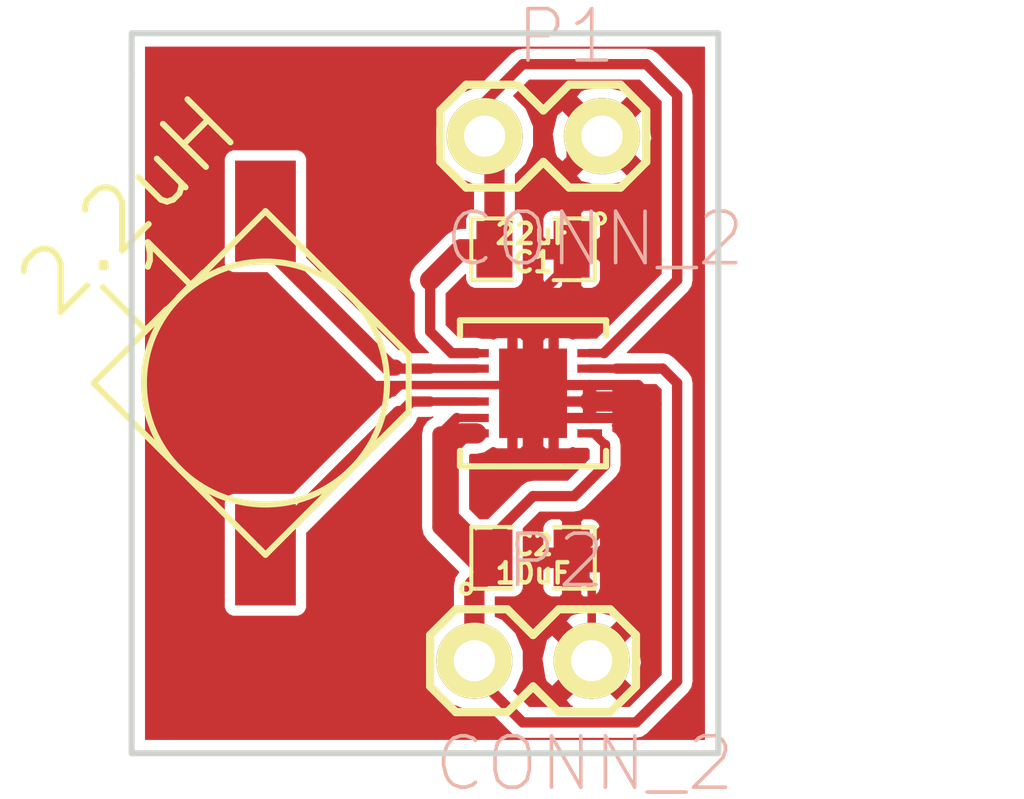
<source format=kicad_pcb>
(kicad_pcb (version 3) (host pcbnew "(2013-04-25 BZR 4110)-testing")

  (general
    (links 18)
    (no_connects 0)
    (area 197.536999 113.208999 212.165001 131.139001)
    (thickness 1.6)
    (drawings 7)
    (tracks 125)
    (zones 0)
    (modules 6)
    (nets 6)
  )

  (page A3)
  (layers
    (15 F.Cu signal)
    (0 B.Cu signal)
    (16 B.Adhes user)
    (17 F.Adhes user)
    (18 B.Paste user)
    (19 F.Paste user)
    (20 B.SilkS user)
    (21 F.SilkS user)
    (22 B.Mask user)
    (23 F.Mask user)
    (24 Dwgs.User user)
    (25 Cmts.User user)
    (26 Eco1.User user)
    (27 Eco2.User user)
    (28 Edge.Cuts user)
  )

  (setup
    (last_trace_width 0.4)
    (user_trace_width 0.21)
    (user_trace_width 0.4)
    (user_trace_width 0.5)
    (trace_clearance 0.127)
    (zone_clearance 0.254)
    (zone_45_only no)
    (trace_min 0.2)
    (segment_width 0.2)
    (edge_width 0.15)
    (via_size 0.889)
    (via_drill 0.635)
    (via_min_size 0.889)
    (via_min_drill 0.508)
    (uvia_size 0.508)
    (uvia_drill 0.127)
    (uvias_allowed no)
    (uvia_min_size 0.508)
    (uvia_min_drill 0.127)
    (pcb_text_width 0.3)
    (pcb_text_size 1.5 1.5)
    (mod_edge_width 0.15)
    (mod_text_size 1.5 1.5)
    (mod_text_width 0.15)
    (pad_size 2.5 1.5)
    (pad_drill 0)
    (pad_to_mask_clearance 0.2)
    (aux_axis_origin 0 0)
    (visible_elements 7FFFFFFF)
    (pcbplotparams
      (layerselection 3178497)
      (usegerberextensions true)
      (excludeedgelayer true)
      (linewidth 152400)
      (plotframeref false)
      (viasonmask false)
      (mode 1)
      (useauxorigin false)
      (hpglpennumber 1)
      (hpglpenspeed 20)
      (hpglpendiameter 15)
      (hpglpenoverlay 2)
      (psnegative false)
      (psa4output false)
      (plotreference true)
      (plotvalue true)
      (plotothertext true)
      (plotinvisibletext false)
      (padsonsilk false)
      (subtractmaskfromsilk false)
      (outputformat 1)
      (mirror false)
      (drillshape 1)
      (scaleselection 1)
      (outputdirectory ""))
  )

  (net 0 "")
  (net 1 +3.3V)
  (net 2 +BATT)
  (net 3 GND)
  (net 4 N-000003)
  (net 5 N-000004)

  (net_class Default "This is the default net class."
    (clearance 0.127)
    (trace_width 0.254)
    (via_dia 0.889)
    (via_drill 0.635)
    (uvia_dia 0.508)
    (uvia_drill 0.127)
    (add_net "")
    (add_net +3.3V)
    (add_net +BATT)
    (add_net GND)
    (add_net N-000003)
    (add_net N-000004)
  )

  (module inductor (layer F.Cu) (tedit 51A234B9) (tstamp 51A2361B)
    (at 200.914 121.92 45)
    (path /519FDE5B)
    (fp_text reference L1 (at -0.2 -3.7 45) (layer F.SilkS)
      (effects (font (size 1.5 1.5) (thickness 0.15)))
    )
    (fp_text value 2.2uH (at 0.7 -5.5 45) (layer F.SilkS)
      (effects (font (size 1.5 1.5) (thickness 0.15)))
    )
    (fp_circle (center 0 0) (end 3 0) (layer F.SilkS) (width 0.15))
    (fp_line (start 3 -3) (end 3 2) (layer F.SilkS) (width 0.15))
    (fp_line (start 3 2) (end 2 3) (layer F.SilkS) (width 0.15))
    (fp_line (start 2 3) (end 1 3) (layer F.SilkS) (width 0.15))
    (fp_line (start 1 3) (end -3 3) (layer F.SilkS) (width 0.15))
    (fp_line (start 3 1) (end 3 -3) (layer F.SilkS) (width 0.15))
    (fp_line (start -3 -3) (end 3 -3) (layer F.SilkS) (width 0.15))
    (fp_line (start -3 3) (end -3 -3) (layer F.SilkS) (width 0.15))
    (pad 1 smd rect (at 3 -3 90) (size 2.5 1.5)
      (layers F.Cu F.Paste F.Mask)
      (net 5 N-000004)
    )
    (pad 2 smd rect (at -3 3 90) (size 2.5 1.5)
      (layers F.Cu F.Paste F.Mask)
      (net 4 N-000003)
    )
  )

  (module SM0805 (layer F.Cu) (tedit 5091495C) (tstamp 519FFFBB)
    (at 207.518 118.618 180)
    (path /519FFB6E)
    (attr smd)
    (fp_text reference C1 (at 0 -0.3175 180) (layer F.SilkS)
      (effects (font (size 0.50038 0.50038) (thickness 0.10922)))
    )
    (fp_text value 22uF (at 0 0.381 180) (layer F.SilkS)
      (effects (font (size 0.50038 0.50038) (thickness 0.10922)))
    )
    (fp_circle (center -1.651 0.762) (end -1.651 0.635) (layer F.SilkS) (width 0.09906))
    (fp_line (start -0.508 0.762) (end -1.524 0.762) (layer F.SilkS) (width 0.09906))
    (fp_line (start -1.524 0.762) (end -1.524 -0.762) (layer F.SilkS) (width 0.09906))
    (fp_line (start -1.524 -0.762) (end -0.508 -0.762) (layer F.SilkS) (width 0.09906))
    (fp_line (start 0.508 -0.762) (end 1.524 -0.762) (layer F.SilkS) (width 0.09906))
    (fp_line (start 1.524 -0.762) (end 1.524 0.762) (layer F.SilkS) (width 0.09906))
    (fp_line (start 1.524 0.762) (end 0.508 0.762) (layer F.SilkS) (width 0.09906))
    (pad 1 smd rect (at -0.9525 0 180) (size 0.889 1.397)
      (layers F.Cu F.Paste F.Mask)
      (net 3 GND)
    )
    (pad 2 smd rect (at 0.9525 0 180) (size 0.889 1.397)
      (layers F.Cu F.Paste F.Mask)
      (net 1 +3.3V)
    )
    (model smd/chip_cms.wrl
      (at (xyz 0 0 0))
      (scale (xyz 0.1 0.1 0.1))
      (rotate (xyz 0 0 0))
    )
  )

  (module SM0805 (layer F.Cu) (tedit 5091495C) (tstamp 519FFFC8)
    (at 207.518 126.238)
    (path /519FFB7B)
    (attr smd)
    (fp_text reference C2 (at 0 -0.3175) (layer F.SilkS)
      (effects (font (size 0.50038 0.50038) (thickness 0.10922)))
    )
    (fp_text value 10uF (at 0 0.381) (layer F.SilkS)
      (effects (font (size 0.50038 0.50038) (thickness 0.10922)))
    )
    (fp_circle (center -1.651 0.762) (end -1.651 0.635) (layer F.SilkS) (width 0.09906))
    (fp_line (start -0.508 0.762) (end -1.524 0.762) (layer F.SilkS) (width 0.09906))
    (fp_line (start -1.524 0.762) (end -1.524 -0.762) (layer F.SilkS) (width 0.09906))
    (fp_line (start -1.524 -0.762) (end -0.508 -0.762) (layer F.SilkS) (width 0.09906))
    (fp_line (start 0.508 -0.762) (end 1.524 -0.762) (layer F.SilkS) (width 0.09906))
    (fp_line (start 1.524 -0.762) (end 1.524 0.762) (layer F.SilkS) (width 0.09906))
    (fp_line (start 1.524 0.762) (end 0.508 0.762) (layer F.SilkS) (width 0.09906))
    (pad 1 smd rect (at -0.9525 0) (size 0.889 1.397)
      (layers F.Cu F.Paste F.Mask)
      (net 2 +BATT)
    )
    (pad 2 smd rect (at 0.9525 0) (size 0.889 1.397)
      (layers F.Cu F.Paste F.Mask)
      (net 3 GND)
    )
    (model smd/chip_cms.wrl
      (at (xyz 0 0 0))
      (scale (xyz 0.1 0.1 0.1))
      (rotate (xyz 0 0 0))
    )
  )

  (module SparkFun-1X02_LOCK (layer F.Cu) (tedit 200000) (tstamp 519FFFF1)
    (at 206.502 115.824)
    (path /519FFDB0)
    (attr virtual)
    (fp_text reference P1 (at 1.8288 -2.4638) (layer B.SilkS)
      (effects (font (size 1.27 1.27) (thickness 0.0889)))
    )
    (fp_text value CONN_2 (at 2.54 2.54) (layer B.SilkS)
      (effects (font (size 1.27 1.27) (thickness 0.0889)))
    )
    (fp_line (start -0.2921 0.2921) (end 0.2921 0.2921) (layer F.SilkS) (width 0.06604))
    (fp_line (start 0.2921 0.2921) (end 0.2921 -0.2921) (layer F.SilkS) (width 0.06604))
    (fp_line (start -0.2921 -0.2921) (end 0.2921 -0.2921) (layer F.SilkS) (width 0.06604))
    (fp_line (start -0.2921 0.2921) (end -0.2921 -0.2921) (layer F.SilkS) (width 0.06604))
    (fp_line (start 2.2479 0.2921) (end 2.8321 0.2921) (layer F.SilkS) (width 0.06604))
    (fp_line (start 2.8321 0.2921) (end 2.8321 -0.2921) (layer F.SilkS) (width 0.06604))
    (fp_line (start 2.2479 -0.2921) (end 2.8321 -0.2921) (layer F.SilkS) (width 0.06604))
    (fp_line (start 2.2479 0.2921) (end 2.2479 -0.2921) (layer F.SilkS) (width 0.06604))
    (fp_line (start -0.635 -1.27) (end 0.635 -1.27) (layer F.SilkS) (width 0.2032))
    (fp_line (start 0.635 -1.27) (end 1.27 -0.635) (layer F.SilkS) (width 0.2032))
    (fp_line (start 1.27 0.635) (end 0.635 1.27) (layer F.SilkS) (width 0.2032))
    (fp_line (start 1.27 -0.635) (end 1.905 -1.27) (layer F.SilkS) (width 0.2032))
    (fp_line (start 1.905 -1.27) (end 3.175 -1.27) (layer F.SilkS) (width 0.2032))
    (fp_line (start 3.175 -1.27) (end 3.81 -0.635) (layer F.SilkS) (width 0.2032))
    (fp_line (start 3.81 0.635) (end 3.175 1.27) (layer F.SilkS) (width 0.2032))
    (fp_line (start 3.175 1.27) (end 1.905 1.27) (layer F.SilkS) (width 0.2032))
    (fp_line (start 1.905 1.27) (end 1.27 0.635) (layer F.SilkS) (width 0.2032))
    (fp_line (start -1.27 -0.635) (end -1.27 0.635) (layer F.SilkS) (width 0.2032))
    (fp_line (start -0.635 -1.27) (end -1.27 -0.635) (layer F.SilkS) (width 0.2032))
    (fp_line (start -1.27 0.635) (end -0.635 1.27) (layer F.SilkS) (width 0.2032))
    (fp_line (start 0.635 1.27) (end -0.635 1.27) (layer F.SilkS) (width 0.2032))
    (fp_line (start 3.81 -0.635) (end 3.81 0.635) (layer F.SilkS) (width 0.2032))
    (pad 1 thru_hole circle (at -0.1778 0) (size 1.8796 1.8796) (drill 1.016)
      (layers *.Cu F.Paste F.SilkS F.Mask)
      (net 1 +3.3V)
    )
    (pad 2 thru_hole circle (at 2.7178 0) (size 1.8796 1.8796) (drill 1.016)
      (layers *.Cu F.Paste F.SilkS F.Mask)
      (net 3 GND)
    )
  )

  (module SparkFun-1X02_LOCK (layer F.Cu) (tedit 200000) (tstamp 51A0000D)
    (at 206.248 128.778)
    (path /519FFDBD)
    (attr virtual)
    (fp_text reference P2 (at 1.8288 -2.4638) (layer B.SilkS)
      (effects (font (size 1.27 1.27) (thickness 0.0889)))
    )
    (fp_text value CONN_2 (at 2.54 2.54) (layer B.SilkS)
      (effects (font (size 1.27 1.27) (thickness 0.0889)))
    )
    (fp_line (start -0.2921 0.2921) (end 0.2921 0.2921) (layer F.SilkS) (width 0.06604))
    (fp_line (start 0.2921 0.2921) (end 0.2921 -0.2921) (layer F.SilkS) (width 0.06604))
    (fp_line (start -0.2921 -0.2921) (end 0.2921 -0.2921) (layer F.SilkS) (width 0.06604))
    (fp_line (start -0.2921 0.2921) (end -0.2921 -0.2921) (layer F.SilkS) (width 0.06604))
    (fp_line (start 2.2479 0.2921) (end 2.8321 0.2921) (layer F.SilkS) (width 0.06604))
    (fp_line (start 2.8321 0.2921) (end 2.8321 -0.2921) (layer F.SilkS) (width 0.06604))
    (fp_line (start 2.2479 -0.2921) (end 2.8321 -0.2921) (layer F.SilkS) (width 0.06604))
    (fp_line (start 2.2479 0.2921) (end 2.2479 -0.2921) (layer F.SilkS) (width 0.06604))
    (fp_line (start -0.635 -1.27) (end 0.635 -1.27) (layer F.SilkS) (width 0.2032))
    (fp_line (start 0.635 -1.27) (end 1.27 -0.635) (layer F.SilkS) (width 0.2032))
    (fp_line (start 1.27 0.635) (end 0.635 1.27) (layer F.SilkS) (width 0.2032))
    (fp_line (start 1.27 -0.635) (end 1.905 -1.27) (layer F.SilkS) (width 0.2032))
    (fp_line (start 1.905 -1.27) (end 3.175 -1.27) (layer F.SilkS) (width 0.2032))
    (fp_line (start 3.175 -1.27) (end 3.81 -0.635) (layer F.SilkS) (width 0.2032))
    (fp_line (start 3.81 0.635) (end 3.175 1.27) (layer F.SilkS) (width 0.2032))
    (fp_line (start 3.175 1.27) (end 1.905 1.27) (layer F.SilkS) (width 0.2032))
    (fp_line (start 1.905 1.27) (end 1.27 0.635) (layer F.SilkS) (width 0.2032))
    (fp_line (start -1.27 -0.635) (end -1.27 0.635) (layer F.SilkS) (width 0.2032))
    (fp_line (start -0.635 -1.27) (end -1.27 -0.635) (layer F.SilkS) (width 0.2032))
    (fp_line (start -1.27 0.635) (end -0.635 1.27) (layer F.SilkS) (width 0.2032))
    (fp_line (start 0.635 1.27) (end -0.635 1.27) (layer F.SilkS) (width 0.2032))
    (fp_line (start 3.81 -0.635) (end 3.81 0.635) (layer F.SilkS) (width 0.2032))
    (pad 1 thru_hole circle (at -0.1778 0) (size 1.8796 1.8796) (drill 1.016)
      (layers *.Cu F.Paste F.SilkS F.Mask)
      (net 2 +BATT)
    )
    (pad 2 thru_hole circle (at 2.7178 0) (size 1.8796 1.8796) (drill 1.016)
      (layers *.Cu F.Paste F.SilkS F.Mask)
      (net 3 GND)
    )
  )

  (module SDF12A (layer F.Cu) (tedit 0) (tstamp 51A0002B)
    (at 207.518 122.174)
    (path /519FCE96)
    (fp_text reference U2 (at -0.3302 1.27) (layer Eco1.User)
      (effects (font (size 1.27 1.27) (thickness 0.0762)))
    )
    (fp_text value LM3668_DQB_12_SDF12A (at 0.3556 1.27) (layer Eco1.User)
      (effects (font (size 1.27 1.27) (thickness 0.0762)))
    )
    (fp_line (start 1.8034 -1.4224) (end 1.8034 -1.8034) (layer F.SilkS) (width 0.1524))
    (fp_line (start -1.8034 1.4224) (end -1.8034 1.8034) (layer F.SilkS) (width 0.1524))
    (fp_line (start -1.8034 1.8034) (end 1.8034 1.8034) (layer F.SilkS) (width 0.1524))
    (fp_line (start 1.8034 1.8034) (end 1.8034 1.4224) (layer F.SilkS) (width 0.1524))
    (fp_line (start 1.8034 -1.8034) (end -1.8034 -1.8034) (layer F.SilkS) (width 0.1524))
    (fp_line (start -1.8034 -1.8034) (end -1.8034 -1.4224) (layer F.SilkS) (width 0.1524))
    (fp_line (start -1.5494 1.5494) (end 1.5494 1.5494) (layer Cmts.User) (width 0.1524))
    (fp_line (start 1.5494 1.5494) (end 1.5494 -1.5494) (layer Cmts.User) (width 0.1524))
    (fp_line (start 1.5494 -1.5494) (end 0.3048 -1.5494) (layer Cmts.User) (width 0.1524))
    (fp_line (start 0.3048 -1.5494) (end -0.3048 -1.5494) (layer Cmts.User) (width 0.1524))
    (fp_line (start -0.3048 -1.5494) (end -1.5494 -1.5494) (layer Cmts.User) (width 0.1524))
    (fp_line (start -1.5494 -1.5494) (end -1.5494 1.5494) (layer Cmts.User) (width 0.1524))
    (fp_arc (start 0 -1.5494) (end 0.3048 -1.5494) (angle -180) (layer Cmts.User) (width 0.00012))
    (pad 1 smd rect (at -1.397 -0.9906) (size 0.6096 0.2032)
      (layers F.Cu F.Paste F.Mask)
      (net 1 +3.3V)
    )
    (pad 2 smd rect (at -1.397 -0.6096) (size 0.6096 0.2032)
      (layers F.Cu F.Paste F.Mask)
      (net 5 N-000004)
    )
    (pad 3 smd rect (at -1.397 -0.2032) (size 0.6096 0.2032)
      (layers F.Cu F.Paste F.Mask)
      (net 3 GND)
    )
    (pad 4 smd rect (at -1.397 0.2032) (size 0.6096 0.2032)
      (layers F.Cu F.Paste F.Mask)
      (net 4 N-000003)
    )
    (pad 5 smd rect (at -1.397 0.6096) (size 0.6096 0.2032)
      (layers F.Cu F.Paste F.Mask)
      (net 2 +BATT)
    )
    (pad 6 smd rect (at -1.397 0.9906) (size 0.6096 0.2032)
      (layers F.Cu F.Paste F.Mask)
      (net 2 +BATT)
    )
    (pad 7 smd rect (at 1.397 0.9906 180) (size 0.6096 0.2032)
      (layers F.Cu F.Paste F.Mask)
      (net 2 +BATT)
    )
    (pad 8 smd rect (at 1.397 0.6096 180) (size 0.6096 0.2032)
      (layers F.Cu F.Paste F.Mask)
      (net 3 GND)
    )
    (pad 9 smd rect (at 1.397 0.2032 180) (size 0.6096 0.2032)
      (layers F.Cu F.Paste F.Mask)
      (net 3 GND)
    )
    (pad 10 smd rect (at 1.397 -0.2032 180) (size 0.6096 0.2032)
      (layers F.Cu F.Paste F.Mask)
      (net 3 GND)
    )
    (pad 11 smd rect (at 1.397 -0.6096 180) (size 0.6096 0.2032)
      (layers F.Cu F.Paste F.Mask)
      (net 2 +BATT)
    )
    (pad 12 smd rect (at 1.397 -0.9906 180) (size 0.6096 0.2032)
      (layers F.Cu F.Paste F.Mask)
      (net 1 +3.3V)
    )
    (pad 13 smd rect (at 0 0) (size 1.6764 2.2098)
      (layers F.Cu F.Paste F.Mask)
      (net 3 GND)
    )
  )

  (gr_line (start 212.09 113.284) (end 212.09 113.538) (angle 90) (layer Edge.Cuts) (width 0.15))
  (gr_line (start 197.612 113.284) (end 197.612 113.538) (angle 90) (layer Edge.Cuts) (width 0.15))
  (gr_line (start 197.612 113.538) (end 197.612 114.3) (angle 90) (layer Edge.Cuts) (width 0.15))
  (gr_line (start 212.09 113.284) (end 197.612 113.284) (angle 90) (layer Edge.Cuts) (width 0.15))
  (gr_line (start 212.09 131.064) (end 212.09 113.538) (angle 90) (layer Edge.Cuts) (width 0.15))
  (gr_line (start 197.612 131.064) (end 212.09 131.064) (angle 90) (layer Edge.Cuts) (width 0.15))
  (gr_line (start 197.612 114.3) (end 197.612 131.064) (angle 90) (layer Edge.Cuts) (width 0.15))

  (segment (start 209.2706 121.1834) (end 211.074 119.38) (width 0.254) (layer F.Cu) (net 1))
  (segment (start 211.074 119.38) (end 211.074 114.808) (width 0.254) (layer F.Cu) (net 1) (tstamp 51A2390B))
  (segment (start 211.074 114.808) (end 210.312 114.046) (width 0.254) (layer F.Cu) (net 1) (tstamp 51A2390C))
  (segment (start 210.312 114.046) (end 207.264 114.046) (width 0.254) (layer F.Cu) (net 1) (tstamp 51A2390D))
  (segment (start 207.264 114.046) (end 206.248 115.062) (width 0.254) (layer F.Cu) (net 1) (tstamp 51A2390E))
  (segment (start 206.248 115.062) (end 206.248 116.078) (width 0.254) (layer F.Cu) (net 1) (tstamp 51A2390F))
  (segment (start 206.248 116.078) (end 206.3242 115.824) (width 0.254) (layer F.Cu) (net 1) (tstamp 51A23912))
  (segment (start 211.074 114.808) (end 211.074 119.38) (width 0.254) (layer F.Cu) (net 1))
  (segment (start 209.2706 121.1834) (end 208.915 121.1834) (width 0.21) (layer F.Cu) (net 1))
  (segment (start 204.978 120.65) (end 204.978 119.38) (width 0.254) (layer F.Cu) (net 1))
  (segment (start 206.248 115.062) (end 206.3242 115.316) (width 0.254) (layer F.Cu) (net 1) (tstamp 51A2381B))
  (segment (start 206.248 115.316) (end 206.3242 115.316) (width 0.21) (layer F.Cu) (net 1) (tstamp 51A00222))
  (segment (start 206.5655 118.618) (end 206.5655 115.6335) (width 0.5) (layer F.Cu) (net 1))
  (segment (start 206.5655 115.6335) (end 206.248 115.316) (width 0.5) (layer F.Cu) (net 1) (tstamp 51A00150))
  (segment (start 206.248 115.316) (end 206.3242 115.316) (width 0.254) (layer F.Cu) (net 1) (tstamp 51A00152))
  (segment (start 206.248 115.316) (end 206.3242 115.316) (width 0.254) (layer F.Cu) (net 1) (tstamp 51A0014F))
  (segment (start 206.121 121.1834) (end 205.5114 121.1834) (width 0.254) (layer F.Cu) (net 1))
  (segment (start 206.502 118.618) (end 206.5655 118.618) (width 0.254) (layer F.Cu) (net 1) (tstamp 51A00143))
  (segment (start 204.978 119.38) (end 205.74 118.618) (width 0.5) (layer F.Cu) (net 1) (tstamp 51A00140))
  (segment (start 205.74 118.618) (end 206.502 118.618) (width 0.5) (layer F.Cu) (net 1) (tstamp 51A00141))
  (segment (start 205.5114 121.1834) (end 204.978 120.65) (width 0.254) (layer F.Cu) (net 1) (tstamp 51A0013E))
  (segment (start 206.5655 126.238) (end 206.5655 125.6665) (width 0.254) (layer F.Cu) (net 2))
  (segment (start 206.5655 125.6665) (end 207.518 124.714) (width 0.254) (layer F.Cu) (net 2) (tstamp 51A2384F))
  (segment (start 210.7184 121.5644) (end 209.575398 121.5644) (width 0.254) (layer F.Cu) (net 2))
  (segment (start 206.0702 128.778) (end 206.0702 129.1082) (width 0.254) (layer F.Cu) (net 2))
  (segment (start 206.0702 129.1082) (end 207.264 130.302) (width 0.254) (layer F.Cu) (net 2) (tstamp 51A23832))
  (segment (start 207.264 130.302) (end 210.058 130.302) (width 0.254) (layer F.Cu) (net 2) (tstamp 51A23833))
  (segment (start 210.058 130.302) (end 211.074 129.286) (width 0.254) (layer F.Cu) (net 2) (tstamp 51A23835))
  (segment (start 211.074 129.286) (end 211.074 121.92) (width 0.254) (layer F.Cu) (net 2) (tstamp 51A23837))
  (segment (start 211.074 121.92) (end 210.7184 121.5644) (width 0.254) (layer F.Cu) (net 2) (tstamp 51A23839))
  (segment (start 209.296 123.444) (end 209.296 123.952) (width 0.254) (layer F.Cu) (net 2))
  (segment (start 209.296 123.952) (end 208.534 124.714) (width 0.254) (layer F.Cu) (net 2) (tstamp 51A2382A))
  (segment (start 208.534 124.714) (end 207.518 124.714) (width 0.254) (layer F.Cu) (net 2) (tstamp 51A2382C))
  (segment (start 207.518 124.714) (end 206.502 125.73) (width 0.254) (layer F.Cu) (net 2) (tstamp 51A2382D))
  (segment (start 206.502 125.73) (end 206.5655 126.238) (width 0.254) (layer F.Cu) (net 2) (tstamp 51A23830))
  (segment (start 208.915 121.5644) (end 209.55 121.5644) (width 0.21) (layer F.Cu) (net 2))
  (segment (start 211.074 129.286) (end 210.058 130.302) (width 0.21) (layer F.Cu) (net 2) (tstamp 51A001C3))
  (segment (start 210.7184 121.5644) (end 211.074 121.92) (width 0.21) (layer F.Cu) (net 2) (tstamp 51A001C1))
  (segment (start 206.0702 128.778) (end 206.0702 126.9238) (width 0.5) (layer F.Cu) (net 2))
  (segment (start 206.756 126.238) (end 206.5655 126.238) (width 0.21) (layer F.Cu) (net 2) (tstamp 51A001B3))
  (segment (start 206.0702 126.9238) (end 206.756 126.238) (width 0.5) (layer F.Cu) (net 2) (tstamp 51A001B1))
  (segment (start 206.121 122.7836) (end 205.6384 122.7836) (width 0.21) (layer F.Cu) (net 2))
  (segment (start 206.248 126.492) (end 206.5655 126.238) (width 0.21) (layer F.Cu) (net 2) (tstamp 51A00190))
  (segment (start 205.6384 122.7836) (end 205.232 123.19) (width 0.254) (layer F.Cu) (net 2) (tstamp 51A0018B))
  (segment (start 206.121 123.1646) (end 205.7654 123.1646) (width 0.5) (layer F.Cu) (net 2))
  (segment (start 206.248 125.984) (end 206.5655 126.238) (width 0.21) (layer F.Cu) (net 2) (tstamp 51A00186))
  (segment (start 205.7654 123.1646) (end 205.486 123.444) (width 0.5) (layer F.Cu) (net 2) (tstamp 51A00182))
  (segment (start 208.915 123.1646) (end 209.0166 123.1646) (width 0.21) (layer F.Cu) (net 2))
  (segment (start 206.502 125.984) (end 206.5655 126.238) (width 0.21) (layer F.Cu) (net 2) (tstamp 51A00181))
  (segment (start 206.502 125.73) (end 206.502 125.984) (width 0.21) (layer F.Cu) (net 2) (tstamp 51A0017F))
  (segment (start 207.518 124.714) (end 206.502 125.73) (width 0.21) (layer F.Cu) (net 2) (tstamp 51A0017E))
  (segment (start 208.534 124.714) (end 207.518 124.714) (width 0.21) (layer F.Cu) (net 2) (tstamp 51A0017D))
  (segment (start 209.296 123.952) (end 208.534 124.714) (width 0.21) (layer F.Cu) (net 2) (tstamp 51A0017C))
  (segment (start 209.0166 123.1646) (end 209.296 123.444) (width 0.21) (layer F.Cu) (net 2) (tstamp 51A0017A))
  (segment (start 205.232 125.476) (end 206.248 126.492) (width 0.4) (layer F.Cu) (net 2) (tstamp 51A0018D))
  (segment (start 205.232 123.19) (end 205.232 125.476) (width 0.4) (layer F.Cu) (net 2) (tstamp 51A0018C))
  (segment (start 205.486 125.222) (end 206.248 125.984) (width 0.4) (layer F.Cu) (net 2) (tstamp 51A00184))
  (segment (start 205.486 123.444) (end 205.486 125.222) (width 0.4) (layer F.Cu) (net 2) (tstamp 51A00183))
  (segment (start 208.4705 118.618) (end 208.4705 118.9355) (width 0.254) (layer F.Cu) (net 3))
  (segment (start 208.4705 118.9355) (end 207.01 120.396) (width 0.254) (layer F.Cu) (net 3) (tstamp 51A236B2))
  (segment (start 207.01 121.412) (end 207.518 122.174) (width 0.254) (layer F.Cu) (net 3) (tstamp 51A0020B))
  (segment (start 207.01 120.396) (end 207.01 121.412) (width 0.254) (layer F.Cu) (net 3))
  (segment (start 208.026 123.698) (end 208.026 123.19) (width 0.254) (layer F.Cu) (net 3))
  (segment (start 208.026 123.19) (end 207.518 122.174) (width 0.254) (layer F.Cu) (net 3) (tstamp 51A00214))
  (segment (start 207.01 123.698) (end 207.01 123.19) (width 0.254) (layer F.Cu) (net 3))
  (segment (start 207.01 123.19) (end 207.518 122.174) (width 0.254) (layer F.Cu) (net 3) (tstamp 51A00212))
  (segment (start 208.4705 118.9355) (end 207.518 119.888) (width 0.254) (layer F.Cu) (net 3) (tstamp 51A00207))
  (segment (start 208.4705 118.618) (end 208.4705 119.6975) (width 0.254) (layer F.Cu) (net 3))
  (segment (start 208.026 121.158) (end 207.518 122.174) (width 0.254) (layer F.Cu) (net 3) (tstamp 51A00206))
  (segment (start 208.026 120.142) (end 208.026 121.158) (width 0.254) (layer F.Cu) (net 3) (tstamp 51A00204))
  (segment (start 208.4705 119.6975) (end 208.026 120.142) (width 0.254) (layer F.Cu) (net 3) (tstamp 51A00203))
  (segment (start 206.121 121.9708) (end 201.7268 121.9708) (width 0.21) (layer F.Cu) (net 3))
  (segment (start 201.7268 121.9708) (end 201.676 121.92) (width 0.21) (layer F.Cu) (net 3) (tstamp 51A001DD))
  (segment (start 206.121 121.9708) (end 206.9592 121.9708) (width 0.21) (layer F.Cu) (net 3))
  (segment (start 206.9592 121.9708) (end 207.01 121.92) (width 0.21) (layer F.Cu) (net 3) (tstamp 51A001BE))
  (segment (start 207.01 121.92) (end 207.518 122.174) (width 0.21) (layer F.Cu) (net 3) (tstamp 51A001C0))
  (segment (start 208.9658 128.778) (end 208.9658 126.9238) (width 0.21) (layer F.Cu) (net 3))
  (segment (start 208.28 126.238) (end 208.4705 126.238) (width 0.21) (layer F.Cu) (net 3) (tstamp 51A001B0))
  (segment (start 208.9658 126.9238) (end 208.28 126.238) (width 0.21) (layer F.Cu) (net 3) (tstamp 51A001AE))
  (segment (start 208.915 121.9708) (end 210.1088 121.9708) (width 0.254) (layer F.Cu) (net 3))
  (segment (start 208.534 126.492) (end 208.4705 126.238) (width 0.21) (layer F.Cu) (net 3) (tstamp 51A00179))
  (segment (start 209.296 126.492) (end 208.534 126.492) (width 0.21) (layer F.Cu) (net 3) (tstamp 51A00177))
  (segment (start 210.566 125.222) (end 209.296 126.492) (width 0.21) (layer F.Cu) (net 3) (tstamp 51A00175))
  (segment (start 210.566 122.428) (end 210.566 125.222) (width 0.21) (layer F.Cu) (net 3) (tstamp 51A00174))
  (segment (start 210.1088 121.9708) (end 210.566 122.428) (width 0.254) (layer F.Cu) (net 3) (tstamp 51A00173))
  (segment (start 208.915 122.3772) (end 210.0072 122.3772) (width 0.5) (layer F.Cu) (net 3))
  (segment (start 210.0072 122.3772) (end 210.312 122.682) (width 0.21) (layer F.Cu) (net 3) (tstamp 51A0016C))
  (segment (start 210.312 122.682) (end 210.312 124.968) (width 0.21) (layer F.Cu) (net 3) (tstamp 51A0016D))
  (segment (start 210.312 124.968) (end 209.042 126.238) (width 0.21) (layer F.Cu) (net 3) (tstamp 51A0016E))
  (segment (start 209.042 126.238) (end 208.4705 126.238) (width 0.21) (layer F.Cu) (net 3) (tstamp 51A00170))
  (segment (start 208.915 122.7836) (end 209.9056 122.7836) (width 0.254) (layer F.Cu) (net 3))
  (segment (start 208.534 125.984) (end 208.4705 126.238) (width 0.21) (layer F.Cu) (net 3) (tstamp 51A0016B))
  (segment (start 208.788 125.984) (end 208.534 125.984) (width 0.21) (layer F.Cu) (net 3) (tstamp 51A00169))
  (segment (start 210.058 124.714) (end 208.788 125.984) (width 0.21) (layer F.Cu) (net 3) (tstamp 51A00167))
  (segment (start 210.058 122.936) (end 210.058 124.714) (width 0.21) (layer F.Cu) (net 3) (tstamp 51A00166))
  (segment (start 209.9056 122.7836) (end 210.058 122.936) (width 0.21) (layer F.Cu) (net 3) (tstamp 51A00165))
  (segment (start 208.915 122.7836) (end 207.8736 122.7836) (width 0.254) (layer F.Cu) (net 3))
  (segment (start 207.8736 122.7836) (end 207.772 122.682) (width 0.254) (layer F.Cu) (net 3) (tstamp 51A00160))
  (segment (start 207.772 122.682) (end 207.518 122.174) (width 0.254) (layer F.Cu) (net 3) (tstamp 51A00162))
  (segment (start 208.915 122.3772) (end 207.8228 122.3772) (width 0.254) (layer F.Cu) (net 3))
  (segment (start 207.8228 122.3772) (end 207.772 122.428) (width 0.254) (layer F.Cu) (net 3) (tstamp 51A0015D))
  (segment (start 207.772 122.428) (end 207.518 122.174) (width 0.254) (layer F.Cu) (net 3) (tstamp 51A0015F))
  (segment (start 208.915 121.9708) (end 208.0768 121.9708) (width 0.254) (layer F.Cu) (net 3))
  (segment (start 208.0768 121.9708) (end 208.026 121.92) (width 0.254) (layer F.Cu) (net 3) (tstamp 51A0015A))
  (segment (start 208.026 121.92) (end 207.518 122.174) (width 0.254) (layer F.Cu) (net 3) (tstamp 51A0015C))
  (segment (start 208.4705 118.618) (end 208.4705 115.8875) (width 0.254) (layer F.Cu) (net 3))
  (segment (start 209.042 115.316) (end 209.2198 115.316) (width 0.254) (layer F.Cu) (net 3) (tstamp 51A00159))
  (segment (start 208.4705 115.8875) (end 209.042 115.316) (width 0.254) (layer F.Cu) (net 3) (tstamp 51A00157))
  (segment (start 200.914 126.162641) (end 200.914 125.984) (width 0.4) (layer F.Cu) (net 4))
  (segment (start 200.914 125.984) (end 204.216 122.682) (width 0.4) (layer F.Cu) (net 4) (tstamp 51A2394B))
  (segment (start 204.978 122.3772) (end 204.5208 122.3772) (width 0.254) (layer F.Cu) (net 4))
  (segment (start 204.5208 122.3772) (end 204.216 122.682) (width 0.254) (layer F.Cu) (net 4) (tstamp 51A236AC))
  (segment (start 204.5208 122.3772) (end 204.216 122.682) (width 0.254) (layer F.Cu) (net 4))
  (segment (start 206.121 122.3772) (end 204.978 122.3772) (width 0.21) (layer F.Cu) (net 4))
  (segment (start 200.914 117.677359) (end 200.914 118.490798) (width 0.4) (layer F.Cu) (net 5))
  (segment (start 203.962 121.538798) (end 204.1144 121.538798) (width 0.4) (layer F.Cu) (net 5) (tstamp 51A23944))
  (segment (start 200.914 118.490798) (end 203.962 121.538798) (width 0.4) (layer F.Cu) (net 5) (tstamp 51A23943))
  (segment (start 204.978 121.5644) (end 204.1144 121.5644) (width 0.254) (layer F.Cu) (net 5))
  (segment (start 206.121 121.5644) (end 204.978 121.5644) (width 0.21) (layer F.Cu) (net 5))
  (segment (start 204.1144 121.5644) (end 204.1144 121.5644) (width 0.254) (layer F.Cu) (net 5) (tstamp 51A23949))
  (segment (start 204.1144 121.5644) (end 203.962 121.412) (width 0.254) (layer F.Cu) (net 5) (tstamp 51A236A5))
  (segment (start 200.66 118.11) (end 200.914 117.677359) (width 0.254) (layer F.Cu) (net 5) (tstamp 51A236A1))
  (segment (start 204.1144 121.5644) (end 203.962 121.412) (width 0.254) (layer F.Cu) (net 5) (tstamp 51A2369C))
  (segment (start 203.962 121.412) (end 200.66 118.11) (width 0.254) (layer F.Cu) (net 5) (tstamp 51A236A8))
  (segment (start 206.121 121.5644) (end 204.8764 121.5644) (width 0.21) (layer F.Cu) (net 5))

  (zone (net 3) (net_name GND) (layer F.Cu) (tstamp 51A001CB) (hatch edge 0.508)
    (connect_pads (clearance 0.254))
    (min_thickness 0.03)
    (fill (arc_segments 16) (thermal_gap 0.254) (thermal_bridge_width 0.508))
    (polygon
      (pts
        (xy 197.104 113.03) (xy 197.104 131.572) (xy 212.598 131.572) (xy 212.598 113.03) (xy 204.216 113.03)
      )
    )
    (filled_polygon
      (pts
        (xy 210.678 119.215971) (xy 210.451271 119.4427) (xy 210.451271 115.873859) (xy 210.376611 115.3988) (xy 210.338451 115.306673)
        (xy 210.195223 115.186574) (xy 209.857226 115.524571) (xy 209.857226 114.848577) (xy 209.737127 114.705349) (xy 209.269659 114.592529)
        (xy 208.7946 114.667189) (xy 208.702473 114.705349) (xy 208.582374 114.848577) (xy 209.2198 115.486003) (xy 209.857226 114.848577)
        (xy 209.857226 115.524571) (xy 209.557797 115.824) (xy 210.195223 116.461426) (xy 210.338451 116.341327) (xy 210.451271 115.873859)
        (xy 210.451271 119.4427) (xy 209.857226 120.036745) (xy 209.857226 116.799423) (xy 209.2198 116.161997) (xy 208.881803 116.499994)
        (xy 208.881803 115.824) (xy 208.244377 115.186574) (xy 208.101149 115.306673) (xy 207.988329 115.774141) (xy 208.062989 116.2492)
        (xy 208.101149 116.341327) (xy 208.244377 116.461426) (xy 208.881803 115.824) (xy 208.881803 116.499994) (xy 208.582374 116.799423)
        (xy 208.702473 116.942651) (xy 209.169941 117.055471) (xy 209.645 116.980811) (xy 209.737127 116.942651) (xy 209.857226 116.799423)
        (xy 209.857226 120.036745) (xy 209.184047 120.709924) (xy 209.184047 119.263227) (xy 209.184047 117.972773) (xy 209.183954 117.865758)
        (xy 209.142915 117.766925) (xy 209.067178 117.69132) (xy 208.968273 117.650453) (xy 208.76 117.6505) (xy 208.69275 117.71775)
        (xy 208.69275 118.379) (xy 209.11675 118.379) (xy 209.184 118.31175) (xy 209.184047 117.972773) (xy 209.184047 119.263227)
        (xy 209.184 118.92425) (xy 209.11675 118.857) (xy 208.69275 118.857) (xy 208.69275 119.51825) (xy 208.76 119.5855)
        (xy 208.968273 119.585547) (xy 209.067178 119.54468) (xy 209.142915 119.469075) (xy 209.183954 119.370242) (xy 209.184047 119.263227)
        (xy 209.184047 120.709924) (xy 209.084571 120.8094) (xy 208.915 120.8094) (xy 208.898143 120.812753) (xy 208.556927 120.812753)
        (xy 208.498568 120.836866) (xy 208.409473 120.800053) (xy 208.24825 120.800065) (xy 208.24825 119.51825) (xy 208.24825 118.857)
        (xy 208.24825 118.379) (xy 208.24825 117.71775) (xy 208.181 117.6505) (xy 207.972727 117.650453) (xy 207.873822 117.69132)
        (xy 207.798085 117.766925) (xy 207.757046 117.865758) (xy 207.756953 117.972773) (xy 207.757 118.31175) (xy 207.82425 118.379)
        (xy 208.24825 118.379) (xy 208.24825 118.857) (xy 207.82425 118.857) (xy 207.757 118.92425) (xy 207.756953 119.263227)
        (xy 207.757046 119.370242) (xy 207.798085 119.469075) (xy 207.873822 119.54468) (xy 207.972727 119.585547) (xy 208.181 119.5855)
        (xy 208.24825 119.51825) (xy 208.24825 120.800065) (xy 207.82425 120.8001) (xy 207.757 120.86735) (xy 207.757 121.935)
        (xy 207.777 121.935) (xy 207.777 122.413) (xy 207.757 122.413) (xy 207.757 123.48065) (xy 207.82425 123.5479)
        (xy 208.409473 123.547947) (xy 208.498589 123.511124) (xy 208.556458 123.535154) (xy 208.663473 123.535247) (xy 208.858331 123.535247)
        (xy 208.9 123.576916) (xy 208.9 123.787971) (xy 208.369971 124.318) (xy 207.518 124.318) (xy 207.366457 124.348144)
        (xy 207.302221 124.391065) (xy 207.237985 124.433986) (xy 206.401518 125.270453) (xy 206.197719 125.270453) (xy 205.955 125.027733)
        (xy 205.955 123.708976) (xy 205.980376 123.6836) (xy 206.121 123.6836) (xy 206.319613 123.644093) (xy 206.487988 123.531588)
        (xy 206.48801 123.531553) (xy 206.537431 123.511133) (xy 206.626527 123.547947) (xy 207.21175 123.5479) (xy 207.279 123.48065)
        (xy 207.279 122.413) (xy 207.259 122.413) (xy 207.259 121.935) (xy 207.279 121.935) (xy 207.279 120.86735)
        (xy 207.21175 120.8001) (xy 206.626527 120.800053) (xy 206.53741 120.836875) (xy 206.479542 120.812846) (xy 206.372527 120.812753)
        (xy 206.248457 120.812753) (xy 206.121 120.7874) (xy 205.675428 120.7874) (xy 205.374 120.485971) (xy 205.374 119.717976)
        (xy 205.851953 119.240023) (xy 205.851953 119.369773) (xy 205.89282 119.468678) (xy 205.968425 119.544415) (xy 206.067258 119.585454)
        (xy 206.174273 119.585547) (xy 207.063273 119.585547) (xy 207.162178 119.54468) (xy 207.237915 119.469075) (xy 207.278954 119.370242)
        (xy 207.279047 119.263227) (xy 207.279047 117.866227) (xy 207.23818 117.767322) (xy 207.162575 117.691585) (xy 207.0845 117.659165)
        (xy 207.0845 116.773036) (xy 207.348373 116.509624) (xy 207.532789 116.0655) (xy 207.533209 115.58461) (xy 207.349568 115.140165)
        (xy 207.039986 114.830042) (xy 207.428028 114.442) (xy 210.147971 114.442) (xy 210.678 114.972028) (xy 210.678 119.215971)
      )
    )
    (filled_polygon
      (pts
        (xy 210.678 129.121971) (xy 210.197271 129.6027) (xy 210.197271 128.827859) (xy 210.122611 128.3528) (xy 210.084451 128.260673)
        (xy 209.941223 128.140574) (xy 209.603226 128.478571) (xy 209.603226 127.802577) (xy 209.483127 127.659349) (xy 209.184047 127.587168)
        (xy 209.184047 126.883227) (xy 209.184047 125.592773) (xy 209.183954 125.485758) (xy 209.142915 125.386925) (xy 209.067178 125.31132)
        (xy 208.968273 125.270453) (xy 208.76 125.2705) (xy 208.69275 125.33775) (xy 208.69275 125.999) (xy 209.11675 125.999)
        (xy 209.184 125.93175) (xy 209.184047 125.592773) (xy 209.184047 126.883227) (xy 209.184 126.54425) (xy 209.11675 126.477)
        (xy 208.69275 126.477) (xy 208.69275 127.13825) (xy 208.76 127.2055) (xy 208.968273 127.205547) (xy 209.067178 127.16468)
        (xy 209.142915 127.089075) (xy 209.183954 126.990242) (xy 209.184047 126.883227) (xy 209.184047 127.587168) (xy 209.015659 127.546529)
        (xy 208.5406 127.621189) (xy 208.448473 127.659349) (xy 208.328374 127.802577) (xy 208.9658 128.440003) (xy 209.603226 127.802577)
        (xy 209.603226 128.478571) (xy 209.303797 128.778) (xy 209.941223 129.415426) (xy 210.084451 129.295327) (xy 210.197271 128.827859)
        (xy 210.197271 129.6027) (xy 209.893971 129.906) (xy 209.460556 129.906) (xy 209.483127 129.896651) (xy 209.603226 129.753423)
        (xy 208.9658 129.115997) (xy 208.627803 129.453994) (xy 208.627803 128.778) (xy 208.24825 128.398447) (xy 208.24825 127.13825)
        (xy 208.24825 126.477) (xy 208.24825 125.999) (xy 208.24825 125.33775) (xy 208.181 125.2705) (xy 207.972727 125.270453)
        (xy 207.873822 125.31132) (xy 207.798085 125.386925) (xy 207.757046 125.485758) (xy 207.756953 125.592773) (xy 207.757 125.93175)
        (xy 207.82425 125.999) (xy 208.24825 125.999) (xy 208.24825 126.477) (xy 207.82425 126.477) (xy 207.757 126.54425)
        (xy 207.756953 126.883227) (xy 207.757046 126.990242) (xy 207.798085 127.089075) (xy 207.873822 127.16468) (xy 207.972727 127.205547)
        (xy 208.181 127.2055) (xy 208.24825 127.13825) (xy 208.24825 128.398447) (xy 207.990377 128.140574) (xy 207.847149 128.260673)
        (xy 207.734329 128.728141) (xy 207.808989 129.2032) (xy 207.847149 129.295327) (xy 207.990377 129.415426) (xy 208.627803 128.778)
        (xy 208.627803 129.453994) (xy 208.328374 129.753423) (xy 208.448473 129.896651) (xy 208.48721 129.906) (xy 207.428028 129.906)
        (xy 207.039965 129.517937) (xy 207.094373 129.463624) (xy 207.278789 129.0195) (xy 207.279209 128.53861) (xy 207.095568 128.094165)
        (xy 206.755824 127.753827) (xy 206.5892 127.684638) (xy 206.5892 127.205547) (xy 207.063273 127.205547) (xy 207.162178 127.16468)
        (xy 207.237915 127.089075) (xy 207.278954 126.990242) (xy 207.279047 126.883227) (xy 207.279047 125.512981) (xy 207.682028 125.11)
        (xy 208.534 125.11) (xy 208.685542 125.079856) (xy 208.685543 125.079856) (xy 208.814014 124.994014) (xy 209.576014 124.232015)
        (xy 209.576014 124.232014) (xy 209.661856 124.103543) (xy 209.691999 123.952001) (xy 209.692 123.952) (xy 209.692 123.444)
        (xy 209.661856 123.292457) (xy 209.576014 123.163986) (xy 209.488847 123.105742) (xy 209.488847 123.009727) (xy 209.47414 122.974135)
        (xy 209.488754 122.938942) (xy 209.488786 122.901636) (xy 209.488786 122.665563) (xy 209.488754 122.628258) (xy 209.468881 122.5804)
        (xy 209.488754 122.532542) (xy 209.488786 122.495236) (xy 209.488786 122.259163) (xy 209.488754 122.221858) (xy 209.468881 122.174)
        (xy 209.488754 122.126142) (xy 209.488786 122.088836) (xy 209.42155 122.0216) (xy 209.309489 122.0216) (xy 209.273073 122.006553)
        (xy 209.13465 122.0066) (xy 209.11965 122.0216) (xy 209.0674 122.0216) (xy 209.0674 122.07385) (xy 209.0674 122.27415)
        (xy 209.0674 122.3264) (xy 209.11965 122.3264) (xy 209.13465 122.3414) (xy 209.273073 122.341447) (xy 209.309489 122.3264)
        (xy 209.42155 122.3264) (xy 209.488786 122.259163) (xy 209.488786 122.495236) (xy 209.42155 122.428) (xy 209.309489 122.428)
        (xy 209.273073 122.412953) (xy 209.13465 122.413) (xy 209.11965 122.428) (xy 209.0674 122.428) (xy 209.0674 122.48025)
        (xy 209.0674 122.68055) (xy 209.0674 122.7328) (xy 209.11965 122.7328) (xy 209.13465 122.7478) (xy 209.273073 122.747847)
        (xy 209.309489 122.7328) (xy 209.42155 122.7328) (xy 209.488786 122.665563) (xy 209.488786 122.901636) (xy 209.42155 122.8344)
        (xy 209.370725 122.8344) (xy 209.273542 122.794046) (xy 209.166527 122.793953) (xy 209.033456 122.793953) (xy 209.0166 122.7906)
        (xy 208.915 122.7906) (xy 208.898143 122.793953) (xy 208.656 122.793953) (xy 208.656 122.747812) (xy 208.69535 122.7478)
        (xy 208.71035 122.7328) (xy 208.7626 122.7328) (xy 208.7626 122.68055) (xy 208.7626 122.48025) (xy 208.7626 122.428)
        (xy 208.71035 122.428) (xy 208.69535 122.413) (xy 208.6252 122.412976) (xy 208.6252 122.341423) (xy 208.69535 122.3414)
        (xy 208.71035 122.3264) (xy 208.7626 122.3264) (xy 208.7626 122.27415) (xy 208.7626 122.07385) (xy 208.7626 122.0216)
        (xy 208.71035 122.0216) (xy 208.69535 122.0066) (xy 208.6252 122.006576) (xy 208.6252 121.935013) (xy 208.663473 121.935047)
        (xy 208.898143 121.935047) (xy 208.915 121.9384) (xy 209.464797 121.9384) (xy 209.575398 121.9604) (xy 210.554371 121.9604)
        (xy 210.678 122.084028) (xy 210.678 129.121971)
      )
    )
    (filled_polygon
      (pts
        (xy 211.746 130.72) (xy 211.47 130.72) (xy 211.47 129.286) (xy 211.47 121.92) (xy 211.439856 121.768458)
        (xy 211.439856 121.768457) (xy 211.396935 121.704221) (xy 211.354014 121.639986) (xy 211.354014 121.639985) (xy 210.998414 121.284386)
        (xy 210.869943 121.198544) (xy 210.7184 121.1684) (xy 209.845628 121.1684) (xy 211.354014 119.660015) (xy 211.354014 119.660014)
        (xy 211.439856 119.531543) (xy 211.469999 119.380001) (xy 211.47 119.38) (xy 211.47 114.808) (xy 211.469999 114.807999)
        (xy 211.439856 114.656457) (xy 211.354014 114.527986) (xy 211.354014 114.527985) (xy 210.592014 113.765986) (xy 210.463543 113.680144)
        (xy 210.312 113.65) (xy 207.264 113.65) (xy 207.112457 113.680144) (xy 206.983985 113.765986) (xy 206.134937 114.615034)
        (xy 206.08481 114.614991) (xy 205.640365 114.798632) (xy 205.300027 115.138376) (xy 205.115611 115.5825) (xy 205.115191 116.06339)
        (xy 205.298832 116.507835) (xy 205.638576 116.848173) (xy 206.0465 117.017557) (xy 206.0465 117.659223) (xy 205.968822 117.69132)
        (xy 205.893085 117.766925) (xy 205.852046 117.865758) (xy 205.851953 117.972773) (xy 205.851953 118.099) (xy 205.74 118.099)
        (xy 205.541387 118.138507) (xy 205.373011 118.251012) (xy 204.611012 119.013012) (xy 204.498507 119.181388) (xy 204.459001 119.38)
        (xy 204.498507 119.578612) (xy 204.582 119.703568) (xy 204.582 120.65) (xy 204.612144 120.801543) (xy 204.697986 120.930014)
        (xy 204.936371 121.1684) (xy 204.388017 121.1684) (xy 204.293879 121.105498) (xy 204.196071 121.086043) (xy 201.933047 118.823019)
        (xy 201.933047 116.374086) (xy 201.89218 116.275181) (xy 201.816575 116.199444) (xy 201.717742 116.158405) (xy 201.610727 116.158312)
        (xy 200.110727 116.158312) (xy 200.011822 116.199179) (xy 199.936085 116.274784) (xy 199.895046 116.373617) (xy 199.894953 116.480632)
        (xy 199.894953 118.980632) (xy 199.93582 119.079537) (xy 200.011425 119.155274) (xy 200.110258 119.196313) (xy 200.217273 119.196406)
        (xy 200.956342 119.196406) (xy 203.630366 121.87043) (xy 203.630367 121.870431) (xy 203.782521 121.972098) (xy 203.961999 122.007797)
        (xy 203.962 122.007798) (xy 204.1144 122.007798) (xy 204.293879 121.972098) (xy 204.311386 121.9604) (xy 204.978 121.9604)
        (xy 205.0886 121.9384) (xy 206.121 121.9384) (xy 206.137856 121.935047) (xy 206.4108 121.935047) (xy 206.4108 122.006586)
        (xy 206.372527 122.006553) (xy 206.137856 122.006553) (xy 206.121 122.0032) (xy 205.0886 122.0032) (xy 204.978 121.9812)
        (xy 204.5208 121.9812) (xy 204.369257 122.011344) (xy 204.240786 122.097186) (xy 204.102369 122.235602) (xy 204.036521 122.2487)
        (xy 203.884367 122.350367) (xy 201.59114 124.643594) (xy 200.110727 124.643594) (xy 200.011822 124.684461) (xy 199.936085 124.760066)
        (xy 199.895046 124.858899) (xy 199.894953 124.965914) (xy 199.894953 127.465914) (xy 199.93582 127.564819) (xy 200.011425 127.640556)
        (xy 200.110258 127.681595) (xy 200.217273 127.681688) (xy 201.717273 127.681688) (xy 201.816178 127.640821) (xy 201.891915 127.565216)
        (xy 201.932954 127.466383) (xy 201.933047 127.359368) (xy 201.933047 125.628219) (xy 204.547633 123.013633) (xy 204.6493 122.861479)
        (xy 204.662397 122.79563) (xy 204.684828 122.7732) (xy 204.978 122.7732) (xy 205.048947 122.759087) (xy 204.900367 122.858367)
        (xy 204.7987 123.010521) (xy 204.763 123.19) (xy 204.763 125.476) (xy 204.7987 125.655479) (xy 204.900367 125.807633)
        (xy 205.681716 126.588982) (xy 205.590707 126.725187) (xy 205.5512 126.9238) (xy 205.5512 127.684523) (xy 205.386365 127.752632)
        (xy 205.046027 128.092376) (xy 204.861611 128.5365) (xy 204.861191 129.01739) (xy 205.044832 129.461835) (xy 205.384576 129.802173)
        (xy 205.8287 129.986589) (xy 206.30959 129.987009) (xy 206.365768 129.963796) (xy 206.983986 130.582014) (xy 207.112457 130.667856)
        (xy 207.112458 130.667856) (xy 207.264 130.698) (xy 210.058 130.698) (xy 210.209542 130.667856) (xy 210.209543 130.667856)
        (xy 210.338014 130.582014) (xy 211.354014 129.566015) (xy 211.354014 129.566014) (xy 211.439856 129.437543) (xy 211.469999 129.286001)
        (xy 211.47 129.286) (xy 211.47 130.72) (xy 197.956 130.72) (xy 197.956 114.3) (xy 197.956 113.628)
        (xy 211.746 113.628) (xy 211.746 130.72)
      )
    )
  )
)

</source>
